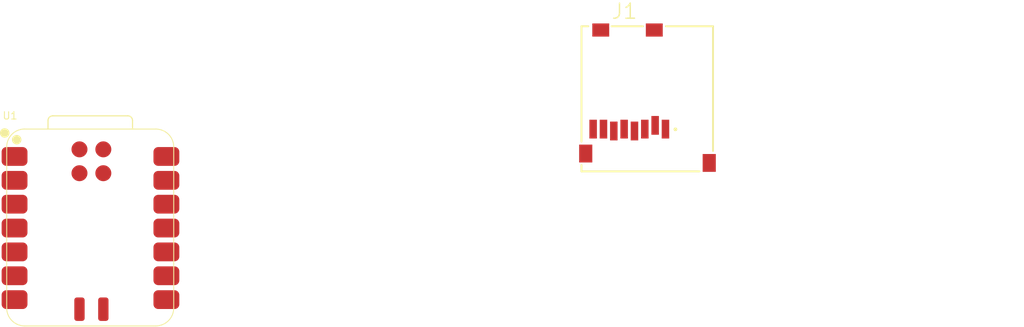
<source format=kicad_pcb>
(kicad_pcb (version 20240108) (generator "pcbnew") (generator_version "8.0")
  (layers (0 "F.Cu" signal) (31 "B.Cu" signal) (34 "B.Paste" user) (35 "F.Paste" user) (36 "B.SilkS" user "B.Silkscreen") (37 "F.SilkS" user "F.Silkscreen") (38 "B.Mask" user) (39 "F.Mask" user) (44 "Edge.Cuts" user))
  (net 0 "")
  (footprint "MEM2061_01_188_00_A:GCT_MEM2061-01-188-00-A_REVA" (layer "F.Cu") (at 211.975 77.683)
    (property "Reference" "J1" (at -2.42133 -9.32106 0) (layer "F.SilkS") (effects (font (size 1.600866 1.600866))))
    (property "Value" "MEM2061-01-188-00-A_REVA")
    (fp_line (start -7 -7.725) (end -6.2738 -7.725) (stroke (width 0.2)) (layer "F.SilkS"))
    (fp_line (start -7 4.55) (end -7 -7.725) (stroke (width 0.2)) (layer "F.SilkS"))
    (fp_line (start -7 7.725) (end -7 7.05) (stroke (width 0.2)) (layer "F.SilkS"))
    (fp_line (start -7 7.725) (end 5.55 7.725) (stroke (width 0.2)) (layer "F.SilkS"))
    (fp_line (start -3.81 -7.725) (end -0.4572 -7.725) (stroke (width 0.2)) (layer "F.SilkS"))
    (fp_line (start 1.9812 -7.725) (end 7 -7.725) (stroke (width 0.2)) (layer "F.SilkS"))
    (fp_line (start 7 5.55) (end 7 -7.725) (stroke (width 0.2)) (layer "F.SilkS"))
    (fp_circle (center 3 3.25) (end 3.1 3.25) (stroke (width 0.2)) (fill none) (layer "F.SilkS"))
    (pad "1" smd rect (at 1.94 3.225) (size 0.8 2) (layers "F.Cu" "F.Paste" "F.Mask"))
    (pad "2" smd rect (at 0.84 2.825) (size 0.8 2) (layers "F.Cu" "F.Paste" "F.Mask"))
    (pad "3" smd rect (at -0.26 3.225) (size 0.8 2) (layers "F.Cu" "F.Paste" "F.Mask"))
    (pad "4" smd rect (at -1.36 3.425) (size 0.8 2) (layers "F.Cu" "F.Paste" "F.Mask"))
    (pad "5" smd rect (at -2.46 3.225) (size 0.8 2) (layers "F.Cu" "F.Paste" "F.Mask"))
    (pad "6" smd rect (at -3.56 3.425) (size 0.8 2) (layers "F.Cu" "F.Paste" "F.Mask"))
    (pad "7" smd rect (at -4.66 3.225) (size 0.8 2) (layers "F.Cu" "F.Paste" "F.Mask"))
    (pad "8" smd rect (at -5.76 3.225) (size 0.8 2) (layers "F.Cu" "F.Paste" "F.Mask"))
    (pad "9" smd rect (at -4.95 -7.325) (size 1.8 1.4) (layers "F.Cu" "F.Paste" "F.Mask"))
    (pad "10" smd rect (at 0.75 -7.325) (size 1.8 1.4) (layers "F.Cu" "F.Paste" "F.Mask"))
    (pad "11" smd rect (at -6.55 5.825) (size 1.4 1.9) (layers "F.Cu" "F.Paste" "F.Mask"))
    (pad "12" smd rect (at 6.6 6.825) (size 1.4 1.9) (layers "F.Cu" "F.Paste" "F.Mask"))
  )
  (footprint "Seeed Studio XIAO Series Library:XIAO-RP2040-SMD" (layer "F.Cu") (at 152.617 91.44)
    (property "Reference" "U1" (at -9.335 -11.5 0) (layer "F.SilkS") (effects (font (size 0.78232 0.78232) (thickness 0.10668)) (justify left bottom)))
    (property "Value" "Seeed Studio XIAO RA4M1")
    (fp_line (start -8.835 8.513) (end -8.835 -8.632) (stroke (width 0.1)) (layer "F.SilkS"))
    (fp_line (start -6.93 10.418) (end 7.04 10.418) (stroke (width 0.1)) (layer "F.SilkS"))
    (fp_line (start -4.44 -10.537) (end -4.436272 -11.447272) (stroke (width 0.127)) (layer "F.SilkS"))
    (fp_line (start -3.936272 -11.947) (end 4.059 -11.947) (stroke (width 0.127)) (layer "F.SilkS"))
    (fp_line (start 4.559 -11.447) (end 4.559 -10.537) (stroke (width 0.127)) (layer "F.SilkS"))
    (fp_line (start 7.04 -10.537) (end -6.93 -10.537) (stroke (width 0.1)) (layer "F.SilkS"))
    (fp_line (start 8.945 8.513) (end 8.945 -8.632) (stroke (width 0.1)) (layer "F.SilkS"))
    (fp_arc (start -8.835 -8.636) (mid -8.277038 -9.983038) (end -6.93 -10.541) (stroke (width 0.1)) (layer "F.SilkS"))
    (fp_arc (start -6.93 10.418) (mid -8.277038 9.860038) (end -8.835 8.513) (stroke (width 0.1)) (layer "F.SilkS"))
    (fp_arc (start -4.436272 -11.447272) (mid -4.289724 -11.800644) (end -3.936272 -11.947) (stroke (width 0.127)) (layer "F.SilkS"))
    (fp_arc (start 4.059 -11.947) (mid 4.412553 -11.800553) (end 4.559 -11.447) (stroke (width 0.127)) (layer "F.SilkS"))
    (fp_arc (start 7.04 -10.537) (mid 8.387038 -9.979038) (end 8.945 -8.632) (stroke (width 0.1)) (layer "F.SilkS"))
    (fp_arc (start 8.945 8.513) (mid 8.387038 9.860038) (end 7.04 10.418) (stroke (width 0.1)) (layer "F.SilkS"))
    (fp_circle (center -9.045 -10.121) (end -9.045 -10.375) (stroke (width 0.5)) (fill solid) (layer "F.SilkS"))
    (fp_circle (center -7.771 -9.404) (end -7.771 -9.658) (stroke (width 0.5)) (fill solid) (layer "F.SilkS"))
    (pad "1" smd roundrect (at -8 -7.62) (size 2.75 2) (layers "F.Cu" "F.Paste" "F.Mask"))
    (pad "2" smd roundrect (at -8 -5.08) (size 2.75 2) (layers "F.Cu" "F.Paste" "F.Mask"))
    (pad "3" smd roundrect (at -8 -2.54) (size 2.75 2) (layers "F.Cu" "F.Paste" "F.Mask"))
    (pad "4" smd roundrect (at -8 0) (size 2.75 2) (layers "F.Cu" "F.Paste" "F.Mask"))
    (pad "5" smd roundrect (at -8 2.54) (size 2.75 2) (layers "F.Cu" "F.Paste" "F.Mask"))
    (pad "6" smd roundrect (at -8 5.08) (size 2.75 2) (layers "F.Cu" "F.Paste" "F.Mask"))
    (pad "7" smd roundrect (at -8 7.62) (size 2.75 2) (layers "F.Cu" "F.Paste" "F.Mask"))
    (pad "8" smd roundrect (at 8.165 7.62) (size 2.75 2) (layers "F.Cu" "F.Paste" "F.Mask"))
    (pad "9" smd roundrect (at 8.165 5.08) (size 2.75 2) (layers "F.Cu" "F.Paste" "F.Mask"))
    (pad "10" smd roundrect (at 8.165 2.54) (size 2.75 2) (layers "F.Cu" "F.Paste" "F.Mask"))
    (pad "11" smd roundrect (at 8.165 0) (size 2.75 2) (layers "F.Cu" "F.Paste" "F.Mask"))
    (pad "12" smd roundrect (at 8.165 -2.54) (size 2.75 2) (layers "F.Cu" "F.Paste" "F.Mask"))
    (pad "13" smd roundrect (at 8.165 -5.08) (size 2.75 2) (layers "F.Cu" "F.Paste" "F.Mask"))
    (pad "14" smd roundrect (at 8.165 -7.62) (size 2.75 2) (layers "F.Cu" "F.Paste" "F.Mask"))
    (pad "15" smd roundrect (at -1.088 8.64 270) (size 2.5 1.1) (layers "F.Cu" "F.Paste" "F.Mask"))
    (pad "16" smd roundrect (at 1.452 8.64 270) (size 2.5 1.1) (layers "F.Cu" "F.Paste" "F.Mask"))
    (pad "17" smd circle (at -1.088 -8.378) (size 1.7 1.7) (layers "F.Cu" "F.Paste" "F.Mask"))
    (pad "18" smd circle (at 1.452 -8.378) (size 1.7 1.7) (layers "F.Cu" "F.Paste" "F.Mask"))
    (pad "19" smd circle (at -1.088 -5.838) (size 1.7 1.7) (layers "F.Cu" "F.Paste" "F.Mask"))
    (pad "20" smd circle (at 1.452 -5.838) (size 1.7 1.7) (layers "F.Cu" "F.Paste" "F.Mask"))
  )
)
</source>
